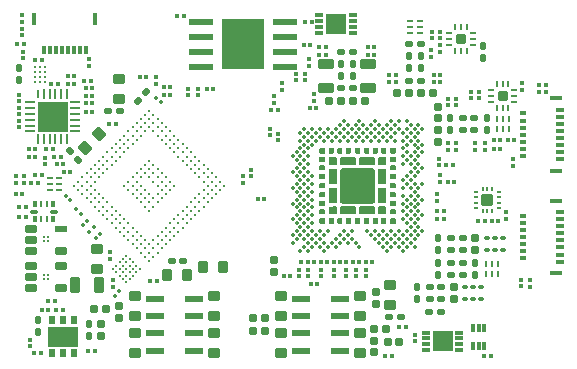
<source format=gbp>
G04*
G04 #@! TF.GenerationSoftware,Altium Limited,Altium Designer,19.1.6 (110)*
G04*
G04 Layer_Color=128*
%FSLAX44Y44*%
%MOMM*%
G71*
G01*
G75*
%ADD17R,0.3000X0.3500*%
%ADD18R,0.3500X0.3000*%
%ADD35C,0.2000*%
G04:AMPARAMS|DCode=41|XSize=0.5mm|YSize=0.6mm|CornerRadius=0.05mm|HoleSize=0mm|Usage=FLASHONLY|Rotation=90.000|XOffset=0mm|YOffset=0mm|HoleType=Round|Shape=RoundedRectangle|*
%AMROUNDEDRECTD41*
21,1,0.5000,0.5000,0,0,90.0*
21,1,0.4000,0.6000,0,0,90.0*
1,1,0.1000,0.2500,0.2000*
1,1,0.1000,0.2500,-0.2000*
1,1,0.1000,-0.2500,-0.2000*
1,1,0.1000,-0.2500,0.2000*
%
%ADD41ROUNDEDRECTD41*%
G04:AMPARAMS|DCode=49|XSize=0.6mm|YSize=0.6mm|CornerRadius=0.06mm|HoleSize=0mm|Usage=FLASHONLY|Rotation=0.000|XOffset=0mm|YOffset=0mm|HoleType=Round|Shape=RoundedRectangle|*
%AMROUNDEDRECTD49*
21,1,0.6000,0.4800,0,0,0.0*
21,1,0.4800,0.6000,0,0,0.0*
1,1,0.1200,0.2400,-0.2400*
1,1,0.1200,-0.2400,-0.2400*
1,1,0.1200,-0.2400,0.2400*
1,1,0.1200,0.2400,0.2400*
%
%ADD49ROUNDEDRECTD49*%
G04:AMPARAMS|DCode=51|XSize=1.3mm|YSize=0.8mm|CornerRadius=0.1mm|HoleSize=0mm|Usage=FLASHONLY|Rotation=90.000|XOffset=0mm|YOffset=0mm|HoleType=Round|Shape=RoundedRectangle|*
%AMROUNDEDRECTD51*
21,1,1.3000,0.6000,0,0,90.0*
21,1,1.1000,0.8000,0,0,90.0*
1,1,0.2000,0.3000,0.5500*
1,1,0.2000,0.3000,-0.5500*
1,1,0.2000,-0.3000,-0.5500*
1,1,0.2000,-0.3000,0.5500*
%
%ADD51ROUNDEDRECTD51*%
G04:AMPARAMS|DCode=52|XSize=0.3mm|YSize=0.35mm|CornerRadius=0mm|HoleSize=0mm|Usage=FLASHONLY|Rotation=45.000|XOffset=0mm|YOffset=0mm|HoleType=Round|Shape=Rectangle|*
%AMROTATEDRECTD52*
4,1,4,0.0177,-0.2298,-0.2298,0.0177,-0.0177,0.2298,0.2298,-0.0177,0.0177,-0.2298,0.0*
%
%ADD52ROTATEDRECTD52*%

G04:AMPARAMS|DCode=53|XSize=0.6mm|YSize=0.6mm|CornerRadius=0.06mm|HoleSize=0mm|Usage=FLASHONLY|Rotation=270.000|XOffset=0mm|YOffset=0mm|HoleType=Round|Shape=RoundedRectangle|*
%AMROUNDEDRECTD53*
21,1,0.6000,0.4800,0,0,270.0*
21,1,0.4800,0.6000,0,0,270.0*
1,1,0.1200,-0.2400,-0.2400*
1,1,0.1200,-0.2400,0.2400*
1,1,0.1200,0.2400,0.2400*
1,1,0.1200,0.2400,-0.2400*
%
%ADD53ROUNDEDRECTD53*%
G04:AMPARAMS|DCode=54|XSize=1mm|YSize=0.9mm|CornerRadius=0.1125mm|HoleSize=0mm|Usage=FLASHONLY|Rotation=270.000|XOffset=0mm|YOffset=0mm|HoleType=Round|Shape=RoundedRectangle|*
%AMROUNDEDRECTD54*
21,1,1.0000,0.6750,0,0,270.0*
21,1,0.7750,0.9000,0,0,270.0*
1,1,0.2250,-0.3375,-0.3875*
1,1,0.2250,-0.3375,0.3875*
1,1,0.2250,0.3375,0.3875*
1,1,0.2250,0.3375,-0.3875*
%
%ADD54ROUNDEDRECTD54*%
G04:AMPARAMS|DCode=55|XSize=1mm|YSize=0.9mm|CornerRadius=0.1125mm|HoleSize=0mm|Usage=FLASHONLY|Rotation=180.000|XOffset=0mm|YOffset=0mm|HoleType=Round|Shape=RoundedRectangle|*
%AMROUNDEDRECTD55*
21,1,1.0000,0.6750,0,0,180.0*
21,1,0.7750,0.9000,0,0,180.0*
1,1,0.2250,-0.3875,0.3375*
1,1,0.2250,0.3875,0.3375*
1,1,0.2250,0.3875,-0.3375*
1,1,0.2250,-0.3875,-0.3375*
%
%ADD55ROUNDEDRECTD55*%
G04:AMPARAMS|DCode=57|XSize=0.5mm|YSize=0.6mm|CornerRadius=0.05mm|HoleSize=0mm|Usage=FLASHONLY|Rotation=180.000|XOffset=0mm|YOffset=0mm|HoleType=Round|Shape=RoundedRectangle|*
%AMROUNDEDRECTD57*
21,1,0.5000,0.5000,0,0,180.0*
21,1,0.4000,0.6000,0,0,180.0*
1,1,0.1000,-0.2000,0.2500*
1,1,0.1000,0.2000,0.2500*
1,1,0.1000,0.2000,-0.2500*
1,1,0.1000,-0.2000,-0.2500*
%
%ADD57ROUNDEDRECTD57*%
G04:AMPARAMS|DCode=58|XSize=0.3mm|YSize=0.35mm|CornerRadius=0mm|HoleSize=0mm|Usage=FLASHONLY|Rotation=315.000|XOffset=0mm|YOffset=0mm|HoleType=Round|Shape=Rectangle|*
%AMROTATEDRECTD58*
4,1,4,-0.2298,-0.0177,0.0177,0.2298,0.2298,0.0177,-0.0177,-0.2298,-0.2298,-0.0177,0.0*
%
%ADD58ROTATEDRECTD58*%

%ADD59R,0.5000X0.7000*%
%ADD60R,2.5000X1.7000*%
G04:AMPARAMS|DCode=64|XSize=1mm|YSize=1mm|CornerRadius=0.15mm|HoleSize=0mm|Usage=FLASHONLY|Rotation=180.000|XOffset=0mm|YOffset=0mm|HoleType=Round|Shape=RoundedRectangle|*
%AMROUNDEDRECTD64*
21,1,1.0000,0.7000,0,0,180.0*
21,1,0.7000,1.0000,0,0,180.0*
1,1,0.3000,-0.3500,0.3500*
1,1,0.3000,0.3500,0.3500*
1,1,0.3000,0.3500,-0.3500*
1,1,0.3000,-0.3500,-0.3500*
%
%ADD64ROUNDEDRECTD64*%
%ADD65R,0.2000X0.3950*%
%ADD66R,0.3950X0.2000*%
G04:AMPARAMS|DCode=67|XSize=0.25mm|YSize=0.55mm|CornerRadius=0.0625mm|HoleSize=0mm|Usage=FLASHONLY|Rotation=0.000|XOffset=0mm|YOffset=0mm|HoleType=Round|Shape=RoundedRectangle|*
%AMROUNDEDRECTD67*
21,1,0.2500,0.4250,0,0,0.0*
21,1,0.1250,0.5500,0,0,0.0*
1,1,0.1250,0.0625,-0.2125*
1,1,0.1250,-0.0625,-0.2125*
1,1,0.1250,-0.0625,0.2125*
1,1,0.1250,0.0625,0.2125*
%
%ADD67ROUNDEDRECTD67*%
G04:AMPARAMS|DCode=69|XSize=0.5mm|YSize=0.6mm|CornerRadius=0.05mm|HoleSize=0mm|Usage=FLASHONLY|Rotation=45.000|XOffset=0mm|YOffset=0mm|HoleType=Round|Shape=RoundedRectangle|*
%AMROUNDEDRECTD69*
21,1,0.5000,0.5000,0,0,45.0*
21,1,0.4000,0.6000,0,0,45.0*
1,1,0.1000,0.3182,-0.0354*
1,1,0.1000,0.0354,-0.3182*
1,1,0.1000,-0.3182,0.0354*
1,1,0.1000,-0.0354,0.3182*
%
%ADD69ROUNDEDRECTD69*%
%ADD144C,0.3500*%
%ADD148O,0.2500X0.8000*%
%ADD149O,0.2500X0.9000*%
%ADD150O,0.9000X0.2500*%
%ADD151R,2.6000X2.6000*%
%ADD152R,0.5250X0.2500*%
G04:AMPARAMS|DCode=153|XSize=0.55mm|YSize=2.1mm|CornerRadius=0.1375mm|HoleSize=0mm|Usage=FLASHONLY|Rotation=90.000|XOffset=0mm|YOffset=0mm|HoleType=Round|Shape=RoundedRectangle|*
%AMROUNDEDRECTD153*
21,1,0.5500,1.8250,0,0,90.0*
21,1,0.2750,2.1000,0,0,90.0*
1,1,0.2750,0.9125,0.1375*
1,1,0.2750,0.9125,-0.1375*
1,1,0.2750,-0.9125,-0.1375*
1,1,0.2750,-0.9125,0.1375*
%
%ADD153ROUNDEDRECTD153*%
%ADD154R,3.6000X4.2000*%
%ADD155R,0.2000X0.2000*%
%ADD156R,1.7000X1.7000*%
%ADD157R,0.6500X0.3000*%
G04:AMPARAMS|DCode=158|XSize=0.65mm|YSize=0.35mm|CornerRadius=0.0875mm|HoleSize=0mm|Usage=FLASHONLY|Rotation=180.000|XOffset=0mm|YOffset=0mm|HoleType=Round|Shape=RoundedRectangle|*
%AMROUNDEDRECTD158*
21,1,0.6500,0.1750,0,0,180.0*
21,1,0.4750,0.3500,0,0,180.0*
1,1,0.1750,-0.2375,0.0875*
1,1,0.1750,0.2375,0.0875*
1,1,0.1750,0.2375,-0.0875*
1,1,0.1750,-0.2375,-0.0875*
%
%ADD158ROUNDEDRECTD158*%
G04:AMPARAMS|DCode=159|XSize=0.55mm|YSize=0.3mm|CornerRadius=0.075mm|HoleSize=0mm|Usage=FLASHONLY|Rotation=270.000|XOffset=0mm|YOffset=0mm|HoleType=Round|Shape=RoundedRectangle|*
%AMROUNDEDRECTD159*
21,1,0.5500,0.1500,0,0,270.0*
21,1,0.4000,0.3000,0,0,270.0*
1,1,0.1500,-0.0750,-0.2000*
1,1,0.1500,-0.0750,0.2000*
1,1,0.1500,0.0750,0.2000*
1,1,0.1500,0.0750,-0.2000*
%
%ADD159ROUNDEDRECTD159*%
G04:AMPARAMS|DCode=160|XSize=0.55mm|YSize=0.25mm|CornerRadius=0.0625mm|HoleSize=0mm|Usage=FLASHONLY|Rotation=270.000|XOffset=0mm|YOffset=0mm|HoleType=Round|Shape=RoundedRectangle|*
%AMROUNDEDRECTD160*
21,1,0.5500,0.1250,0,0,270.0*
21,1,0.4250,0.2500,0,0,270.0*
1,1,0.1250,-0.0625,-0.2125*
1,1,0.1250,-0.0625,0.2125*
1,1,0.1250,0.0625,0.2125*
1,1,0.1250,0.0625,-0.2125*
%
%ADD160ROUNDEDRECTD160*%
%ADD161C,0.2500*%
%ADD162R,0.3000X0.7000*%
%ADD163R,0.4000X1.0000*%
%ADD164R,0.5000X0.3000*%
%ADD165R,0.7000X0.3000*%
%ADD166R,1.0000X0.3500*%
G04:AMPARAMS|DCode=167|XSize=1.6mm|YSize=0.5mm|CornerRadius=0.075mm|HoleSize=0mm|Usage=FLASHONLY|Rotation=0.000|XOffset=0mm|YOffset=0mm|HoleType=Round|Shape=RoundedRectangle|*
%AMROUNDEDRECTD167*
21,1,1.6000,0.3500,0,0,0.0*
21,1,1.4500,0.5000,0,0,0.0*
1,1,0.1500,0.7250,-0.1750*
1,1,0.1500,-0.7250,-0.1750*
1,1,0.1500,-0.7250,0.1750*
1,1,0.1500,0.7250,0.1750*
%
%ADD167ROUNDEDRECTD167*%
G04:AMPARAMS|DCode=168|XSize=1.3mm|YSize=0.8mm|CornerRadius=0.1mm|HoleSize=0mm|Usage=FLASHONLY|Rotation=0.000|XOffset=0mm|YOffset=0mm|HoleType=Round|Shape=RoundedRectangle|*
%AMROUNDEDRECTD168*
21,1,1.3000,0.6000,0,0,0.0*
21,1,1.1000,0.8000,0,0,0.0*
1,1,0.2000,0.5500,-0.3000*
1,1,0.2000,-0.5500,-0.3000*
1,1,0.2000,-0.5500,0.3000*
1,1,0.2000,0.5500,0.3000*
%
%ADD168ROUNDEDRECTD168*%
G04:AMPARAMS|DCode=169|XSize=0.2mm|YSize=0.45mm|CornerRadius=0.03mm|HoleSize=0mm|Usage=FLASHONLY|Rotation=90.000|XOffset=0mm|YOffset=0mm|HoleType=Round|Shape=RoundedRectangle|*
%AMROUNDEDRECTD169*
21,1,0.2000,0.3900,0,0,90.0*
21,1,0.1400,0.4500,0,0,90.0*
1,1,0.0600,0.1950,0.0700*
1,1,0.0600,0.1950,-0.0700*
1,1,0.0600,-0.1950,-0.0700*
1,1,0.0600,-0.1950,0.0700*
%
%ADD169ROUNDEDRECTD169*%
G04:AMPARAMS|DCode=170|XSize=0.2mm|YSize=0.45mm|CornerRadius=0.03mm|HoleSize=0mm|Usage=FLASHONLY|Rotation=0.000|XOffset=0mm|YOffset=0mm|HoleType=Round|Shape=RoundedRectangle|*
%AMROUNDEDRECTD170*
21,1,0.2000,0.3900,0,0,0.0*
21,1,0.1400,0.4500,0,0,0.0*
1,1,0.0600,0.0700,-0.1950*
1,1,0.0600,-0.0700,-0.1950*
1,1,0.0600,-0.0700,0.1950*
1,1,0.0600,0.0700,0.1950*
%
%ADD170ROUNDEDRECTD170*%
G04:AMPARAMS|DCode=171|XSize=0.8mm|YSize=0.8mm|CornerRadius=0.12mm|HoleSize=0mm|Usage=FLASHONLY|Rotation=180.000|XOffset=0mm|YOffset=0mm|HoleType=Round|Shape=RoundedRectangle|*
%AMROUNDEDRECTD171*
21,1,0.8000,0.5600,0,0,180.0*
21,1,0.5600,0.8000,0,0,180.0*
1,1,0.2400,-0.2800,0.2800*
1,1,0.2400,0.2800,0.2800*
1,1,0.2400,0.2800,-0.2800*
1,1,0.2400,-0.2800,-0.2800*
%
%ADD171ROUNDEDRECTD171*%
G04:AMPARAMS|DCode=172|XSize=0.45mm|YSize=0.35mm|CornerRadius=0.0525mm|HoleSize=0mm|Usage=FLASHONLY|Rotation=180.000|XOffset=0mm|YOffset=0mm|HoleType=Round|Shape=RoundedRectangle|*
%AMROUNDEDRECTD172*
21,1,0.4500,0.2450,0,0,180.0*
21,1,0.3450,0.3500,0,0,180.0*
1,1,0.1050,-0.1725,0.1225*
1,1,0.1050,0.1725,0.1225*
1,1,0.1050,0.1725,-0.1225*
1,1,0.1050,-0.1725,-0.1225*
%
%ADD172ROUNDEDRECTD172*%
G04:AMPARAMS|DCode=174|XSize=0.3mm|YSize=0.7mm|CornerRadius=0.075mm|HoleSize=0mm|Usage=FLASHONLY|Rotation=180.000|XOffset=0mm|YOffset=0mm|HoleType=Round|Shape=RoundedRectangle|*
%AMROUNDEDRECTD174*
21,1,0.3000,0.5500,0,0,180.0*
21,1,0.1500,0.7000,0,0,180.0*
1,1,0.1500,-0.0750,0.2750*
1,1,0.1500,0.0750,0.2750*
1,1,0.1500,0.0750,-0.2750*
1,1,0.1500,-0.0750,-0.2750*
%
%ADD174ROUNDEDRECTD174*%
G04:AMPARAMS|DCode=175|XSize=1mm|YSize=0.9mm|CornerRadius=0.1125mm|HoleSize=0mm|Usage=FLASHONLY|Rotation=315.000|XOffset=0mm|YOffset=0mm|HoleType=Round|Shape=RoundedRectangle|*
%AMROUNDEDRECTD175*
21,1,1.0000,0.6750,0,0,315.0*
21,1,0.7750,0.9000,0,0,315.0*
1,1,0.2250,0.0354,-0.5127*
1,1,0.2250,-0.5127,0.0354*
1,1,0.2250,-0.0354,0.5127*
1,1,0.2250,0.5127,-0.0354*
%
%ADD175ROUNDEDRECTD175*%
G04:AMPARAMS|DCode=176|XSize=0.5mm|YSize=0.6mm|CornerRadius=0.05mm|HoleSize=0mm|Usage=FLASHONLY|Rotation=135.000|XOffset=0mm|YOffset=0mm|HoleType=Round|Shape=RoundedRectangle|*
%AMROUNDEDRECTD176*
21,1,0.5000,0.5000,0,0,135.0*
21,1,0.4000,0.6000,0,0,135.0*
1,1,0.1000,0.0354,0.3182*
1,1,0.1000,0.3182,0.0354*
1,1,0.1000,-0.0354,-0.3182*
1,1,0.1000,-0.3182,-0.0354*
%
%ADD176ROUNDEDRECTD176*%
G04:AMPARAMS|DCode=177|XSize=0.25mm|YSize=0.55mm|CornerRadius=0.0625mm|HoleSize=0mm|Usage=FLASHONLY|Rotation=90.000|XOffset=0mm|YOffset=0mm|HoleType=Round|Shape=RoundedRectangle|*
%AMROUNDEDRECTD177*
21,1,0.2500,0.4250,0,0,90.0*
21,1,0.1250,0.5500,0,0,90.0*
1,1,0.1250,0.2125,0.0625*
1,1,0.1250,0.2125,-0.0625*
1,1,0.1250,-0.2125,-0.0625*
1,1,0.1250,-0.2125,0.0625*
%
%ADD177ROUNDEDRECTD177*%
G04:AMPARAMS|DCode=178|XSize=0.6mm|YSize=1mm|CornerRadius=0.075mm|HoleSize=0mm|Usage=FLASHONLY|Rotation=90.000|XOffset=0mm|YOffset=0mm|HoleType=Round|Shape=RoundedRectangle|*
%AMROUNDEDRECTD178*
21,1,0.6000,0.8500,0,0,90.0*
21,1,0.4500,1.0000,0,0,90.0*
1,1,0.1500,0.4250,0.2250*
1,1,0.1500,0.4250,-0.2250*
1,1,0.1500,-0.4250,-0.2250*
1,1,0.1500,-0.4250,0.2250*
%
%ADD178ROUNDEDRECTD178*%
G04:AMPARAMS|DCode=179|XSize=0.55mm|YSize=1mm|CornerRadius=0.0688mm|HoleSize=0mm|Usage=FLASHONLY|Rotation=90.000|XOffset=0mm|YOffset=0mm|HoleType=Round|Shape=RoundedRectangle|*
%AMROUNDEDRECTD179*
21,1,0.5500,0.8625,0,0,90.0*
21,1,0.4125,1.0000,0,0,90.0*
1,1,0.1375,0.4313,0.2063*
1,1,0.1375,0.4313,-0.2063*
1,1,0.1375,-0.4313,-0.2063*
1,1,0.1375,-0.4313,0.2063*
%
%ADD179ROUNDEDRECTD179*%
G36*
X269898Y180753D02*
X270097Y180753D01*
X270466Y180601D01*
X270747Y180319D01*
X270899Y179951D01*
X270899Y179752D01*
X270899D01*
X270898Y176752D01*
X270898Y176553D01*
X270745Y176187D01*
X270465Y175906D01*
X270098Y175754D01*
X269899Y175754D01*
X269900Y175754D01*
X267647Y175754D01*
X267449Y175754D01*
X267081Y175906D01*
X266800Y176188D01*
X266647Y176555D01*
X266647Y176754D01*
X266647Y176754D01*
X266647Y179751D01*
Y179951D01*
X266800Y180319D01*
X267082Y180601D01*
X267450Y180754D01*
X267650Y180753D01*
X267650Y180754D01*
X269898Y180753D01*
D02*
G37*
G36*
X314394Y180751D02*
X314594Y180751D01*
X314962Y180599D01*
X315244Y180317D01*
X315397Y179948D01*
Y179749D01*
X315397Y176752D01*
X315397Y176752D01*
X315397Y176553D01*
X315245Y176186D01*
X314963Y175904D01*
X314596Y175752D01*
X314396Y175751D01*
X312145Y175752D01*
X312145Y175752D01*
X311946Y175752D01*
X311579Y175904D01*
X311299Y176185D01*
X311147Y176551D01*
X311146Y176750D01*
X311145Y179750D01*
X311145D01*
X311145Y179949D01*
X311297Y180317D01*
X311579Y180599D01*
X311947Y180751D01*
X312146Y180751D01*
X314394Y180751D01*
X314394Y180751D01*
D02*
G37*
G36*
X307147Y180747D02*
X307147Y180747D01*
X307345Y180747D01*
X307712Y180595D01*
X307993Y180315D01*
X308145Y179948D01*
X308145Y179749D01*
X308146Y176750D01*
X308146D01*
X308147Y176550D01*
X307994Y176182D01*
X307713Y175900D01*
X307344Y175748D01*
X307145Y175748D01*
X304897Y175748D01*
X304897Y175748D01*
X304698Y175748D01*
X304329Y175900D01*
X304047Y176182D01*
X303895Y176551D01*
Y176750D01*
X303894Y179747D01*
X303894Y179747D01*
X303894Y179946D01*
X304047Y180313D01*
X304328Y180595D01*
X304696Y180747D01*
X304895Y180748D01*
X307147Y180747D01*
D02*
G37*
G36*
X299895Y180746D02*
X299895Y180746D01*
X300094Y180746D01*
X300460Y180594D01*
X300741Y180314D01*
X300893Y179947D01*
X300894Y179749D01*
X300895Y176749D01*
X300895D01*
X300895Y176549D01*
X300743Y176181D01*
X300461Y175899D01*
X300093Y175747D01*
X299894Y175747D01*
X297646Y175747D01*
X297646Y175747D01*
X297446Y175747D01*
X297078Y175899D01*
X296796Y176181D01*
X296643Y176550D01*
Y176749D01*
X296643Y179746D01*
X296643Y179746D01*
X296643Y179945D01*
X296796Y180313D01*
X297077Y180594D01*
X297444Y180746D01*
X297643Y180747D01*
X299895Y180746D01*
D02*
G37*
G36*
X262398Y180750D02*
X262646Y180750D01*
X263105Y180560D01*
X263457Y180208D01*
X263647Y179749D01*
X263647Y179501D01*
X263647Y179501D01*
X263647Y177004D01*
X263647Y176755D01*
X263456Y176294D01*
X263103Y175941D01*
X262642Y175750D01*
X262393Y175751D01*
X262393Y175751D01*
X259898Y175750D01*
X259649Y175750D01*
X259189Y175941D01*
X258837Y176292D01*
X258647Y176752D01*
X258647Y177001D01*
X258647Y177001D01*
X258647Y179504D01*
Y179752D01*
X258837Y180210D01*
X259188Y180561D01*
X259646Y180751D01*
X259893Y180751D01*
X259893Y180751D01*
X262398Y180750D01*
D02*
G37*
G36*
X277348Y180750D02*
X277716Y180597D01*
X277997Y180316D01*
X278150Y179948D01*
X278150Y179749D01*
X278150Y179749D01*
X278150Y176752D01*
Y176553D01*
X277997Y176185D01*
X277715Y175903D01*
X277346Y175750D01*
X277147Y175750D01*
X277147D01*
X274899Y175750D01*
X274700Y175750D01*
X274331Y175902D01*
X274050Y176184D01*
X273897Y176553D01*
X273898Y176752D01*
X273898D01*
X273899Y179752D01*
X273899Y179950D01*
X274051Y180317D01*
X274332Y180597D01*
X274699Y180749D01*
X274897Y180749D01*
X274897Y180749D01*
X277149Y180750D01*
X277348Y180750D01*
D02*
G37*
G36*
X284600Y180749D02*
X284967Y180596D01*
X285249Y180315D01*
X285401Y179947D01*
X285401Y179748D01*
X285401Y179748D01*
X285401Y176751D01*
Y176552D01*
X285248Y176184D01*
X284966Y175902D01*
X284598Y175749D01*
X284398Y175749D01*
X284398Y175749D01*
X282150Y175749D01*
X281951Y175749D01*
X281583Y175902D01*
X281301Y176183D01*
X281149Y176552D01*
X281149Y176751D01*
X281150Y179751D01*
X281151Y179949D01*
X281303Y180316D01*
X281583Y180596D01*
X281950Y180748D01*
X282149Y180748D01*
X282149Y180749D01*
X284401Y180749D01*
X284600Y180749D01*
D02*
G37*
G36*
X322148Y180748D02*
X322396Y180748D01*
X322856Y180558D01*
X323207Y180206D01*
X323397Y179747D01*
X323397Y179498D01*
X323397Y179499D01*
X323397Y177002D01*
X323397Y176752D01*
X323206Y176292D01*
X322854Y175939D01*
X322393Y175748D01*
X322143Y175748D01*
X322143Y175748D01*
X319648Y175748D01*
X319399Y175748D01*
X318939Y175938D01*
X318588Y176290D01*
X318397Y176750D01*
X318397Y176999D01*
X318397Y176999D01*
X318398Y179502D01*
Y179750D01*
X318587Y180208D01*
X318938Y180558D01*
X319396Y180748D01*
X319644Y180748D01*
X319644Y180749D01*
X322148Y180748D01*
D02*
G37*
G36*
X292351Y180748D02*
X292719Y180595D01*
X293000Y180314D01*
X293152Y179946D01*
X293152Y179747D01*
X293153Y179747D01*
X293152Y176751D01*
Y176551D01*
X293000Y176183D01*
X292718Y175901D01*
X292349Y175748D01*
X292150Y175748D01*
X292150Y175748D01*
X289902Y175748D01*
X289702Y175748D01*
X289334Y175900D01*
X289052Y176182D01*
X288900Y176551D01*
X288900Y176750D01*
X288900D01*
X288902Y179750D01*
X288902Y179948D01*
X289054Y180315D01*
X289335Y180595D01*
X289702Y180747D01*
X289900Y180748D01*
X289900Y180748D01*
X292152Y180748D01*
X292351Y180748D01*
D02*
G37*
G36*
X262645Y173001D02*
X262845Y173000D01*
X263212Y172848D01*
X263494Y172567D01*
X263646Y172199D01*
X263646Y172000D01*
X263646Y169748D01*
X263646Y169748D01*
X263646Y169550D01*
X263494Y169183D01*
X263213Y168902D01*
X262847Y168750D01*
X262648Y168750D01*
X259648Y168748D01*
X259648Y168748D01*
X259449Y168748D01*
X259081Y168900D01*
X258799Y169182D01*
X258646Y169550D01*
X258647Y169750D01*
X258646Y171998D01*
X258646Y171998D01*
X258646Y172197D01*
X258799Y172566D01*
X259081Y172848D01*
X259449Y173000D01*
X259649D01*
X262646Y173001D01*
X262645Y173001D01*
D02*
G37*
G36*
X322396Y172998D02*
X322595Y172998D01*
X322962Y172846D01*
X323244Y172564D01*
X323396Y172197D01*
X323396Y171998D01*
X323396Y169746D01*
X323396Y169746D01*
X323396Y169547D01*
X323244Y169181D01*
X322963Y168900D01*
X322597Y168748D01*
X322398Y168748D01*
X319398Y168746D01*
X319398Y168746D01*
X319199Y168746D01*
X318831Y168898D01*
X318549Y169180D01*
X318397Y169548D01*
X318397Y169747D01*
X318396Y171996D01*
X318397Y171996D01*
X318396Y172195D01*
X318549Y172563D01*
X318831Y172845D01*
X319200Y172998D01*
X319399D01*
X322396Y172998D01*
X322396Y172998D01*
D02*
G37*
G36*
X293500Y172705D02*
X304500Y172705D01*
X304500Y172705D01*
X304699Y172705D01*
X305067Y172553D01*
X305348Y172271D01*
X305500Y171904D01*
X305500Y171705D01*
X305500Y166955D01*
X305500Y166955D01*
X305500Y166756D01*
X305348Y166388D01*
X305066Y166107D01*
X304699Y165955D01*
X304500Y165955D01*
X293500Y165955D01*
X293500Y165956D01*
X293301Y165955D01*
X292934Y166107D01*
X292652Y166388D01*
X292500Y166756D01*
X292500Y166955D01*
X292500Y171705D01*
Y171705D01*
X292500Y171904D01*
X292652Y172272D01*
X292934Y172553D01*
X293301Y172705D01*
X293500Y172705D01*
D02*
G37*
G36*
X267750Y172706D02*
X272500Y172706D01*
X272500Y172706D01*
X272699Y172706D01*
X273067Y172554D01*
X273349Y172273D01*
X273501Y171906D01*
X273501Y171707D01*
X273501Y166957D01*
X273501Y166957D01*
X273501Y166758D01*
X273349Y166391D01*
X273067Y166110D01*
X272700Y165958D01*
X272501Y165958D01*
X267751Y165957D01*
X267751Y165957D01*
X267552Y165957D01*
X267185Y166109D01*
X266903Y166390D01*
X266751Y166758D01*
X266751Y166957D01*
X266751Y171707D01*
X266751Y171707D01*
X266751Y171906D01*
X266903Y172273D01*
X267184Y172554D01*
X267552Y172706D01*
X267750Y172706D01*
D02*
G37*
G36*
X309499Y172705D02*
X314249Y172705D01*
X314249Y172705D01*
X314448Y172705D01*
X314816Y172554D01*
X315098Y172272D01*
X315250Y171905D01*
X315250Y171706D01*
X315250Y166956D01*
X315250Y166956D01*
X315250Y166758D01*
X315098Y166390D01*
X314816Y166109D01*
X314449Y165957D01*
X314250Y165956D01*
X309500Y165956D01*
X309500Y165956D01*
X309301Y165956D01*
X308934Y166108D01*
X308652Y166390D01*
X308500Y166757D01*
X308500Y166956D01*
X308500Y171706D01*
X308500Y171706D01*
X308500Y171905D01*
X308652Y172272D01*
X308933Y172553D01*
X309300Y172705D01*
X309499Y172705D01*
D02*
G37*
G36*
X289067Y172554D02*
X289348Y172272D01*
X289501Y171905D01*
X289501Y171706D01*
X289501Y171705D01*
X289500Y166955D01*
X289500Y166756D01*
X289348Y166389D01*
X289067Y166108D01*
X288700Y165956D01*
X288501Y165956D01*
X288501Y165956D01*
X277501Y165956D01*
X277302Y165956D01*
X276934Y166108D01*
X276653Y166389D01*
X276501Y166756D01*
X276500Y166955D01*
X276500Y166955D01*
X276501Y171705D01*
X276501Y171904D01*
X276653Y172272D01*
X276934Y172553D01*
X277302Y172705D01*
X277500Y172705D01*
X277500Y172705D01*
X288500Y172705D01*
X288699Y172706D01*
X289067Y172554D01*
D02*
G37*
G36*
X263216Y165598D02*
X263498Y165316D01*
X263650Y164948D01*
X263650Y164749D01*
X263650Y162501D01*
X263650Y162500D01*
X263650Y162301D01*
X263497Y161933D01*
X263215Y161651D01*
X262847Y161498D01*
X262647D01*
X259651Y161498D01*
X259651Y161498D01*
X259452Y161498D01*
X259084Y161650D01*
X258803Y161932D01*
X258650Y162299D01*
X258650Y162498D01*
X258650Y164750D01*
X258651Y164750D01*
X258651Y164949D01*
X258803Y165315D01*
X259083Y165596D01*
X259450Y165748D01*
X259648Y165748D01*
X262648Y165750D01*
X262648Y165750D01*
X262847Y165750D01*
X263216Y165598D01*
D02*
G37*
G36*
X322966Y165596D02*
X323248Y165314D01*
X323400Y164946D01*
X323400Y164746D01*
X323400Y162498D01*
X323400Y162498D01*
X323400Y162299D01*
X323248Y161930D01*
X322966Y161648D01*
X322597Y161496D01*
X322398D01*
X319401Y161495D01*
X319401Y161495D01*
X319202Y161496D01*
X318834Y161648D01*
X318553Y161929D01*
X318400Y162297D01*
X318400Y162496D01*
X318401Y164748D01*
X318401Y164748D01*
X318401Y164946D01*
X318553Y165313D01*
X318833Y165594D01*
X319200Y165746D01*
X319398Y165746D01*
X322398Y165748D01*
X322398Y165748D01*
X322598Y165748D01*
X322966Y165596D01*
D02*
G37*
G36*
X314816Y162803D02*
X315098Y162521D01*
X315250Y162154D01*
X315250Y161955D01*
X315249Y150955D01*
X315249Y150955D01*
X315249Y150756D01*
X315097Y150388D01*
X314816Y150107D01*
X314448Y149955D01*
X314249Y149955D01*
X309499Y149955D01*
X309499Y149955D01*
X309300Y149955D01*
X308933Y150107D01*
X308652Y150389D01*
X308500Y150756D01*
X308500Y150955D01*
X308500Y161955D01*
X308500Y161955D01*
X308500Y162154D01*
X308652Y162521D01*
X308933Y162803D01*
X309300Y162955D01*
X309499Y162955D01*
X314250Y162955D01*
X314250Y162955D01*
X314449Y162955D01*
X314816Y162803D01*
D02*
G37*
G36*
X272501Y162956D02*
X272700Y162956D01*
X273067Y162803D01*
X273348Y162522D01*
X273500Y162154D01*
X273500Y161955D01*
X273500Y150955D01*
X273500Y150955D01*
X273500Y150756D01*
X273348Y150389D01*
X273067Y150108D01*
X272699Y149956D01*
X272500Y149956D01*
X267750Y149956D01*
X267750D01*
X267551Y149956D01*
X267183Y150108D01*
X266902Y150389D01*
X266750Y150757D01*
X266750Y150956D01*
X266750Y161956D01*
Y161956D01*
X266751Y162155D01*
X266903Y162522D01*
X267184Y162803D01*
X267551Y162955D01*
X267750Y162956D01*
X272501Y162956D01*
X272501Y162956D01*
D02*
G37*
G36*
X263217Y158347D02*
X263498Y158065D01*
X263651Y157697D01*
X263651Y157497D01*
X263651Y155249D01*
X263651Y155249D01*
X263651Y155050D01*
X263498Y154681D01*
X263216Y154399D01*
X262848Y154247D01*
X262648D01*
X259652Y154246D01*
X259652Y154247D01*
X259453Y154247D01*
X259085Y154399D01*
X258804Y154680D01*
X258651Y155048D01*
X258651Y155247D01*
X258651Y157499D01*
X258652Y157499D01*
X258652Y157697D01*
X258804Y158064D01*
X259084Y158345D01*
X259451Y158497D01*
X259649Y158497D01*
X262649Y158499D01*
X262649Y158499D01*
X262848Y158499D01*
X263217Y158347D01*
D02*
G37*
G36*
X322967Y158344D02*
X323249Y158063D01*
X323401Y157694D01*
X323401Y157495D01*
X323401Y155247D01*
X323401Y155247D01*
X323401Y155048D01*
X323248Y154679D01*
X322966Y154397D01*
X322598Y154244D01*
X322399D01*
X319402Y154244D01*
X319402Y154244D01*
X319203Y154244D01*
X318835Y154397D01*
X318554Y154678D01*
X318401Y155046D01*
X318401Y155245D01*
X318402Y157497D01*
X318402Y157497D01*
X318402Y157695D01*
X318554Y158062D01*
X318834Y158343D01*
X319201Y158495D01*
X319399Y158495D01*
X322399Y158496D01*
X322399Y158496D01*
X322598Y158497D01*
X322967Y158344D01*
D02*
G37*
G36*
X314816Y146803D02*
X315098Y146522D01*
X315250Y146154D01*
X315250Y145955D01*
X315249Y134955D01*
X315249Y134955D01*
X315249Y134756D01*
X315097Y134389D01*
X314816Y134108D01*
X314448Y133955D01*
X314249Y133955D01*
X309499Y133955D01*
X309499Y133955D01*
X309300Y133955D01*
X308933Y134108D01*
X308652Y134389D01*
X308500Y134757D01*
X308500Y134955D01*
X308500Y145955D01*
X308500Y145955D01*
X308500Y146154D01*
X308652Y146522D01*
X308933Y146803D01*
X309300Y146955D01*
X309499Y146955D01*
X314250Y146955D01*
X314250Y146955D01*
X314449Y146955D01*
X314816Y146803D01*
D02*
G37*
G36*
X262647Y150756D02*
X262847D01*
X263215Y150603D01*
X263497Y150321D01*
X263650Y149953D01*
X263650Y149753D01*
X263650Y149753D01*
X263649Y147505D01*
X263650Y147306D01*
X263497Y146938D01*
X263215Y146656D01*
X262847Y146503D01*
X262648Y146504D01*
X262648Y146504D01*
X259648Y146505D01*
X259449Y146505D01*
X259083Y146658D01*
X258802Y146938D01*
X258650Y147305D01*
X258650Y147504D01*
X258650Y147503D01*
X258650Y149755D01*
X258650Y149954D01*
X258802Y150322D01*
X259084Y150603D01*
X259452Y150756D01*
X259650Y150756D01*
X259650Y150756D01*
X262647Y150756D01*
D02*
G37*
G36*
X322397Y150753D02*
X322597D01*
X322965Y150601D01*
X323247Y150319D01*
X323400Y149950D01*
X323400Y149751D01*
X323400Y149751D01*
X323400Y147503D01*
X323400Y147303D01*
X323247Y146935D01*
X322966Y146653D01*
X322597Y146501D01*
X322398Y146502D01*
X322398Y146502D01*
X319398Y146503D01*
X319200Y146503D01*
X318833Y146655D01*
X318552Y146936D01*
X318400Y147303D01*
X318400Y147501D01*
X318400Y147501D01*
X318400Y149753D01*
X318400Y149952D01*
X318553Y150320D01*
X318834Y150601D01*
X319202Y150753D01*
X319401Y150754D01*
X319401Y150754D01*
X322397Y150753D01*
D02*
G37*
G36*
X272501Y146956D02*
X272700Y146956D01*
X273067Y146803D01*
X273348Y146522D01*
X273500Y146154D01*
X273500Y145955D01*
X273500Y134956D01*
X273500Y134955D01*
X273500Y134757D01*
X273348Y134389D01*
X273067Y134108D01*
X272699Y133956D01*
X272500Y133956D01*
X267750Y133956D01*
X267750D01*
X267551Y133956D01*
X267183Y134108D01*
X266902Y134389D01*
X266750Y134757D01*
X266750Y134956D01*
X266751Y145956D01*
Y145956D01*
X266751Y146155D01*
X266903Y146522D01*
X267184Y146804D01*
X267551Y146956D01*
X267750Y146956D01*
X272501Y146956D01*
X272501Y146956D01*
D02*
G37*
G36*
X262646Y143004D02*
X262846D01*
X263214Y142852D01*
X263496Y142570D01*
X263649Y142201D01*
X263649Y142002D01*
X263649Y142002D01*
X263648Y139754D01*
X263649Y139554D01*
X263496Y139186D01*
X263214Y138904D01*
X262846Y138752D01*
X262647Y138752D01*
X262647D01*
X259647Y138754D01*
X259449Y138754D01*
X259082Y138906D01*
X258801Y139187D01*
X258649Y139554D01*
X258649Y139752D01*
X258649Y139752D01*
X258649Y142004D01*
X258649Y142203D01*
X258801Y142571D01*
X259083Y142852D01*
X259451Y143005D01*
X259650Y143005D01*
X259649Y143005D01*
X262646Y143004D01*
D02*
G37*
G36*
X322397Y143002D02*
X322596D01*
X322964Y142850D01*
X323246Y142568D01*
X323399Y142199D01*
X323399Y142000D01*
X323399Y142000D01*
X323399Y139751D01*
X323399Y139552D01*
X323246Y139184D01*
X322965Y138902D01*
X322596Y138750D01*
X322397Y138750D01*
X322397D01*
X319397Y138752D01*
X319199Y138752D01*
X318832Y138904D01*
X318552Y139185D01*
X318400Y139551D01*
X318400Y139750D01*
X318399Y139750D01*
X318399Y142002D01*
X318399Y142201D01*
X318552Y142568D01*
X318833Y142850D01*
X319201Y143002D01*
X319400Y143002D01*
X319400Y143002D01*
X322397Y143002D01*
D02*
G37*
G36*
X303000Y163455D02*
X303597Y163455D01*
X304699Y162998D01*
X305543Y162154D01*
X306000Y161052D01*
X306000Y160455D01*
X306000Y160455D01*
X306000Y136455D01*
X306000Y135859D01*
X305543Y134756D01*
X304699Y133912D01*
X303597Y133455D01*
X303000Y133455D01*
X303000D01*
X279000Y133456D01*
X278403Y133455D01*
X277300Y133912D01*
X276456Y134756D01*
X276000Y135859D01*
X276000Y136455D01*
X276000Y136455D01*
X276000Y160455D01*
X276000Y161052D01*
X276457Y162154D01*
X277300Y162998D01*
X278403Y163455D01*
X279000Y163456D01*
X279000Y163456D01*
X303000Y163455D01*
D02*
G37*
G36*
X262645Y135753D02*
X262845D01*
X263213Y135601D01*
X263495Y135318D01*
X263648Y134950D01*
X263648Y134751D01*
X263648Y134750D01*
X263647Y132502D01*
X263648Y132303D01*
X263495Y131935D01*
X263214Y131653D01*
X262845Y131501D01*
X262646Y131501D01*
X262646Y131501D01*
X259646Y131503D01*
X259448Y131503D01*
X259081Y131655D01*
X258800Y131936D01*
X258648Y132303D01*
X258648Y132501D01*
X258648Y132501D01*
X258648Y134753D01*
X258648Y134952D01*
X258801Y135319D01*
X259082Y135601D01*
X259450Y135753D01*
X259649Y135753D01*
X259648Y135753D01*
X262645Y135753D01*
D02*
G37*
G36*
X322396Y135751D02*
X322595D01*
X322963Y135598D01*
X323245Y135316D01*
X323398Y134948D01*
X323398Y134748D01*
X323398Y134748D01*
X323398Y132500D01*
X323398Y132301D01*
X323246Y131933D01*
X322964Y131651D01*
X322595Y131499D01*
X322396Y131499D01*
X322396Y131499D01*
X319396Y131500D01*
X319198Y131501D01*
X318831Y131653D01*
X318551Y131933D01*
X318399Y132300D01*
X318399Y132499D01*
X318398Y132499D01*
X318398Y134750D01*
X318398Y134950D01*
X318551Y135317D01*
X318832Y135598D01*
X319200Y135751D01*
X319399Y135751D01*
X319399Y135751D01*
X322396Y135751D01*
D02*
G37*
G36*
X288500Y130955D02*
X288699Y130955D01*
X289066Y130803D01*
X289347Y130522D01*
X289499Y130155D01*
X289499Y129956D01*
X289500Y125205D01*
X289500Y125205D01*
X289500Y125006D01*
X289347Y124639D01*
X289066Y124358D01*
X288698Y124205D01*
X288499Y124206D01*
X277499Y124206D01*
X277499D01*
X277300Y124206D01*
X276933Y124358D01*
X276652Y124640D01*
X276500Y125007D01*
X276500Y125206D01*
X276499Y129956D01*
X276500Y129956D01*
X276500Y130155D01*
X276652Y130522D01*
X276933Y130803D01*
X277301Y130955D01*
X277500Y130955D01*
X288500Y130955D01*
X288500Y130955D01*
D02*
G37*
G36*
X304499Y130955D02*
X304698Y130955D01*
X305065Y130803D01*
X305347Y130522D01*
X305499Y130155D01*
X305499Y129956D01*
X305499Y129956D01*
X305499Y125205D01*
X305499Y125007D01*
X305347Y124639D01*
X305066Y124358D01*
X304698Y124206D01*
X304499Y124206D01*
X304499D01*
X293499Y124205D01*
X293300Y124205D01*
X292933Y124357D01*
X292651Y124639D01*
X292499Y125006D01*
X292499Y125205D01*
Y125205D01*
X292500Y129956D01*
X292499Y130154D01*
X292651Y130522D01*
X292932Y130803D01*
X293300Y130955D01*
X293499Y130955D01*
X293499Y130955D01*
X304499Y130955D01*
D02*
G37*
G36*
X314251Y130955D02*
X314449Y130955D01*
X314817Y130803D01*
X315098Y130522D01*
X315250Y130154D01*
X315250Y129956D01*
X315250Y125206D01*
X315250Y125206D01*
X315250Y125007D01*
X315098Y124639D01*
X314817Y124358D01*
X314449Y124205D01*
X314250Y124205D01*
X309501Y124205D01*
X309501D01*
X309302Y124205D01*
X308935Y124357D01*
X308654Y124639D01*
X308501Y125006D01*
X308501Y125205D01*
X308501Y129955D01*
X308501Y129955D01*
X308501Y130154D01*
X308653Y130521D01*
X308934Y130803D01*
X309301Y130955D01*
X309500Y130955D01*
X314250Y130955D01*
X314251Y130955D01*
D02*
G37*
G36*
X259646Y128503D02*
X259646Y128503D01*
X262646Y128501D01*
X262844Y128501D01*
X263211Y128349D01*
X263492Y128068D01*
X263643Y127701D01*
X263644Y127503D01*
X263644Y127503D01*
X263644Y125251D01*
X263644Y125052D01*
X263491Y124684D01*
X263210Y124403D01*
X262842Y124251D01*
X262643Y124250D01*
X262644Y124250D01*
X259647Y124251D01*
X259447D01*
X259079Y124403D01*
X258797Y124685D01*
X258644Y125054D01*
X258644Y125253D01*
X258644Y125253D01*
X258644Y127501D01*
X258644Y127701D01*
X258797Y128069D01*
X259079Y128351D01*
X259447Y128503D01*
X259646Y128503D01*
D02*
G37*
G36*
X319396Y128500D02*
X319396Y128500D01*
X322396Y128499D01*
X322595Y128499D01*
X322961Y128347D01*
X323242Y128066D01*
X323394Y127699D01*
X323394Y127501D01*
X323394Y127501D01*
X323394Y125249D01*
X323394Y125050D01*
X323242Y124682D01*
X322960Y124401D01*
X322593Y124248D01*
X322393Y124248D01*
X322394Y124248D01*
X319397Y124249D01*
X319197D01*
X318829Y124401D01*
X318547Y124683D01*
X318394Y125052D01*
X318394Y125251D01*
X318394Y125251D01*
X318395Y127499D01*
X318394Y127698D01*
X318547Y128067D01*
X318829Y128349D01*
X319197Y128501D01*
X319396Y128500D01*
D02*
G37*
G36*
X272499Y130954D02*
X272698Y130954D01*
X273066Y130802D01*
X273347Y130521D01*
X273500Y130154D01*
X273500Y129955D01*
X273500Y125205D01*
X273500Y125205D01*
X273500Y125006D01*
X273348Y124639D01*
X273067Y124357D01*
X272699Y124205D01*
X272500Y124205D01*
X267750Y124206D01*
X267750Y124206D01*
X267551Y124205D01*
X267184Y124357D01*
X266902Y124638D01*
X266750Y125006D01*
X266750Y125205D01*
X266749Y129955D01*
X266750Y130153D01*
X266902Y130520D01*
X267183Y130802D01*
X267551Y130954D01*
X267749Y130954D01*
X272500Y130955D01*
X272499Y130954D01*
D02*
G37*
G36*
X284398Y121256D02*
X284597Y121256D01*
X284966Y121103D01*
X285248Y120821D01*
X285401Y120453D01*
Y120253D01*
X285401Y117256D01*
X285401Y117256D01*
X285401Y117058D01*
X285248Y116690D01*
X284967Y116408D01*
X284599Y116256D01*
X284400Y116256D01*
X282148Y116256D01*
X282148Y116256D01*
X281950Y116256D01*
X281583Y116408D01*
X281303Y116689D01*
X281150Y117055D01*
X281150Y117254D01*
X281149Y120254D01*
X281149Y120254D01*
X281148Y120453D01*
X281301Y120821D01*
X281582Y121103D01*
X281951Y121256D01*
X282150Y121255D01*
X284398Y121256D01*
X284398Y121256D01*
D02*
G37*
G36*
X277147Y121255D02*
X277346Y121255D01*
X277715Y121102D01*
X277997Y120820D01*
X278149Y120452D01*
Y120252D01*
X278150Y117255D01*
X278150Y117256D01*
X278149Y117057D01*
X277997Y116689D01*
X277716Y116407D01*
X277348Y116255D01*
X277149Y116255D01*
X274897Y116255D01*
X274897Y116255D01*
X274699Y116255D01*
X274332Y116407D01*
X274051Y116688D01*
X273899Y117055D01*
X273899Y117253D01*
X273897Y120253D01*
X273897Y120253D01*
X273897Y120452D01*
X274049Y120820D01*
X274331Y121102D01*
X274699Y121255D01*
X274899Y121254D01*
X277147Y121255D01*
X277147Y121255D01*
D02*
G37*
G36*
X292142Y121254D02*
X292342Y121254D01*
X292710Y121102D01*
X292992Y120820D01*
X293144Y120452D01*
X293144Y120252D01*
X293144Y120253D01*
X293142Y117253D01*
X293142Y117054D01*
X292990Y116687D01*
X292709Y116407D01*
X292342Y116255D01*
X292144Y116255D01*
X292144Y116255D01*
X289892Y116254D01*
X289693Y116255D01*
X289325Y116407D01*
X289044Y116689D01*
X288892Y117056D01*
X288891Y117255D01*
X288891Y117255D01*
X288892Y120252D01*
Y120451D01*
X289044Y120820D01*
X289326Y121102D01*
X289695Y121254D01*
X289894Y121254D01*
X289894Y121254D01*
X292142Y121254D01*
D02*
G37*
G36*
X299894Y121253D02*
X300093Y121253D01*
X300461Y121101D01*
X300743Y120819D01*
X300895Y120451D01*
X300895Y120252D01*
X300895Y120252D01*
X300893Y117252D01*
X300893Y117053D01*
X300741Y116687D01*
X300460Y116406D01*
X300094Y116254D01*
X299895Y116254D01*
X299895Y116254D01*
X297643Y116253D01*
X297444Y116254D01*
X297077Y116406D01*
X296795Y116688D01*
X296643Y117055D01*
X296643Y117254D01*
X296643Y117254D01*
X296643Y120251D01*
Y120450D01*
X296796Y120819D01*
X297078Y121101D01*
X297446Y121253D01*
X297645Y121253D01*
X297645Y121253D01*
X299894Y121253D01*
D02*
G37*
G36*
X307145Y121252D02*
X307344Y121252D01*
X307712Y121100D01*
X307994Y120818D01*
X308146Y120450D01*
X308146Y120251D01*
X308146Y120251D01*
X308145Y117251D01*
X308144Y117052D01*
X307992Y116686D01*
X307712Y116405D01*
X307345Y116253D01*
X307146Y116253D01*
X307147Y116253D01*
X304895Y116253D01*
X304696Y116253D01*
X304328Y116405D01*
X304047Y116687D01*
X303894Y117054D01*
X303894Y117253D01*
X303894Y117253D01*
X303894Y120250D01*
Y120449D01*
X304047Y120818D01*
X304329Y121100D01*
X304697Y121252D01*
X304897Y121252D01*
X304897Y121253D01*
X307145Y121252D01*
D02*
G37*
G36*
X269899Y121251D02*
X269899Y121250D01*
X270098Y121250D01*
X270464Y121098D01*
X270745Y120818D01*
X270897Y120451D01*
X270897Y120253D01*
X270899Y117253D01*
X270899Y117253D01*
X270899Y117054D01*
X270747Y116685D01*
X270465Y116404D01*
X270097Y116251D01*
X269898Y116251D01*
X267650Y116251D01*
X267649Y116251D01*
X267450Y116251D01*
X267082Y116404D01*
X266800Y116686D01*
X266647Y117054D01*
Y117254D01*
X266647Y120250D01*
X266647Y120250D01*
X266647Y120449D01*
X266799Y120817D01*
X267081Y121098D01*
X267448Y121251D01*
X267647Y121251D01*
X269899Y121251D01*
D02*
G37*
G36*
X262397Y121250D02*
X262646Y121250D01*
X263105Y121060D01*
X263457Y120708D01*
X263647Y120249D01*
X263647Y120000D01*
X263647Y120001D01*
X263647Y117504D01*
X263647Y117254D01*
X263456Y116794D01*
X263103Y116441D01*
X262642Y116250D01*
X262393Y116250D01*
X262393Y116250D01*
X259897Y116250D01*
X259649Y116250D01*
X259189Y116440D01*
X258837Y116792D01*
X258647Y117252D01*
X258647Y117501D01*
X258647Y117501D01*
X258647Y120004D01*
Y120252D01*
X258837Y120710D01*
X259187Y121060D01*
X259645Y121250D01*
X259893Y121250D01*
X259893Y121251D01*
X262397Y121250D01*
D02*
G37*
G36*
X314595Y121249D02*
X314963Y121096D01*
X315244Y120815D01*
X315397Y120447D01*
X315397Y120248D01*
X315397Y120248D01*
X315397Y117251D01*
Y117052D01*
X315244Y116684D01*
X314962Y116402D01*
X314594Y116249D01*
X314394Y116249D01*
X314394Y116249D01*
X312146Y116249D01*
X311947Y116249D01*
X311578Y116401D01*
X311297Y116683D01*
X311144Y117051D01*
X311145Y117251D01*
X311145Y117251D01*
X311146Y120251D01*
X311146Y120449D01*
X311299Y120816D01*
X311579Y121096D01*
X311946Y121248D01*
X312144Y121248D01*
X312144Y121249D01*
X314396Y121249D01*
X314595Y121249D01*
D02*
G37*
G36*
X322148Y121248D02*
X322396Y121248D01*
X322855Y121058D01*
X323207Y120706D01*
X323397Y120247D01*
X323397Y119998D01*
X323397Y119998D01*
X323397Y117501D01*
X323397Y117252D01*
X323206Y116791D01*
X322853Y116439D01*
X322393Y116248D01*
X322143Y116248D01*
X322143Y116248D01*
X319648Y116247D01*
X319399Y116248D01*
X318939Y116438D01*
X318587Y116790D01*
X318397Y117250D01*
X318397Y117499D01*
X318397Y117499D01*
X318397Y120002D01*
Y120250D01*
X318587Y120708D01*
X318938Y121058D01*
X319396Y121248D01*
X319643Y121248D01*
X319643Y121248D01*
X322148Y121248D01*
D02*
G37*
D17*
X168800Y230550D02*
D03*
X163200D02*
D03*
X60700Y231000D02*
D03*
X66300D02*
D03*
X60700Y224750D02*
D03*
X66300D02*
D03*
X23750Y157500D02*
D03*
X18150D02*
D03*
X20050Y151000D02*
D03*
X14450D02*
D03*
X60750Y218200D02*
D03*
X66350D02*
D03*
X60700Y211250D02*
D03*
X66300D02*
D03*
X27450Y179250D02*
D03*
X33050D02*
D03*
X36450Y166750D02*
D03*
X42050D02*
D03*
X33950Y173250D02*
D03*
X39550D02*
D03*
X12450Y173250D02*
D03*
X18050D02*
D03*
Y179750D02*
D03*
X12450D02*
D03*
X45450Y241250D02*
D03*
X51050D02*
D03*
X59700Y237500D02*
D03*
X65300D02*
D03*
X31700Y234500D02*
D03*
X37300D02*
D03*
X45450D02*
D03*
X51050D02*
D03*
X28950Y50750D02*
D03*
X34550D02*
D03*
X126950Y232500D02*
D03*
X132550D02*
D03*
X319800Y4500D02*
D03*
X314200D02*
D03*
X246450Y287250D02*
D03*
X252050D02*
D03*
X398250Y4000D02*
D03*
X403850D02*
D03*
X68777Y9000D02*
D03*
X63177D02*
D03*
X143800Y292250D02*
D03*
X138200D02*
D03*
X35766Y43666D02*
D03*
X41366D02*
D03*
X23438D02*
D03*
X29038D02*
D03*
X331750Y29189D02*
D03*
X326150D02*
D03*
X47800Y160500D02*
D03*
X42200D02*
D03*
X406200Y179750D02*
D03*
X411800D02*
D03*
X418150Y187000D02*
D03*
X423750D02*
D03*
X406150D02*
D03*
X411750D02*
D03*
X305300Y266000D02*
D03*
X299700D02*
D03*
X264300Y259500D02*
D03*
X258700D02*
D03*
X299700D02*
D03*
X305300D02*
D03*
X258700Y266000D02*
D03*
X264300D02*
D03*
X361100Y242500D02*
D03*
X355500D02*
D03*
Y236000D02*
D03*
X361100D02*
D03*
X317900Y242500D02*
D03*
X323500D02*
D03*
Y236000D02*
D03*
X317900D02*
D03*
X223300Y212250D02*
D03*
X217700D02*
D03*
X112250Y240550D02*
D03*
X106650D02*
D03*
X127000Y225550D02*
D03*
X132600D02*
D03*
X257050Y65750D02*
D03*
X251450D02*
D03*
X234000Y71707D02*
D03*
X228400D02*
D03*
X211975Y136970D02*
D03*
X206375D02*
D03*
X2700Y268250D02*
D03*
X8300D02*
D03*
X245500Y267800D02*
D03*
X251100D02*
D03*
X23600Y255250D02*
D03*
X18000D02*
D03*
X115357Y67707D02*
D03*
X120957D02*
D03*
X364050Y120150D02*
D03*
X358450D02*
D03*
X10050Y130500D02*
D03*
X4450Y130500D02*
D03*
X10050Y122058D02*
D03*
X4450D02*
D03*
X17195Y6750D02*
D03*
X22795Y6750D02*
D03*
X7043Y141747D02*
D03*
X1443D02*
D03*
X393185Y119100D02*
D03*
X398785Y119100D02*
D03*
X410050Y118500D02*
D03*
X404450D02*
D03*
X86479Y200750D02*
D03*
X80879D02*
D03*
X364050Y127500D02*
D03*
X358450D02*
D03*
X256050Y214500D02*
D03*
X250450D02*
D03*
X292665Y84000D02*
D03*
X287065D02*
D03*
X281550D02*
D03*
X275950D02*
D03*
X270750D02*
D03*
X265150D02*
D03*
X297950D02*
D03*
X303550D02*
D03*
X259750D02*
D03*
X254150D02*
D03*
X248750D02*
D03*
X243150D02*
D03*
X371850Y165950D02*
D03*
X366250D02*
D03*
X367450Y152050D02*
D03*
X373050D02*
D03*
D18*
X147750Y230550D02*
D03*
Y224950D02*
D03*
X156250D02*
D03*
Y230550D02*
D03*
X1950Y156600D02*
D03*
Y151000D02*
D03*
X8700D02*
D03*
Y156600D02*
D03*
X4500Y197950D02*
D03*
Y203550D02*
D03*
X4500Y214550D02*
D03*
Y208950D02*
D03*
Y225750D02*
D03*
Y220150D02*
D03*
X26750Y172300D02*
D03*
Y166700D02*
D03*
X14000Y18050D02*
D03*
Y12450D02*
D03*
X120162Y240600D02*
D03*
Y235000D02*
D03*
X422500Y170800D02*
D03*
Y165200D02*
D03*
X429500Y68850D02*
D03*
Y63250D02*
D03*
X437000Y68800D02*
D03*
Y63200D02*
D03*
X339250Y16700D02*
D03*
Y22300D02*
D03*
X220000Y218700D02*
D03*
Y224300D02*
D03*
X227250Y229700D02*
D03*
Y235300D02*
D03*
X6500Y292750D02*
D03*
Y287150D02*
D03*
X390250Y179200D02*
D03*
Y184800D02*
D03*
X399000D02*
D03*
Y179200D02*
D03*
X387250Y222700D02*
D03*
Y228300D02*
D03*
X393750D02*
D03*
Y222700D02*
D03*
X374250Y178950D02*
D03*
Y184550D02*
D03*
X367750D02*
D03*
Y178950D02*
D03*
X374500Y222300D02*
D03*
Y216700D02*
D03*
X368000Y216700D02*
D03*
Y222300D02*
D03*
X194250Y156550D02*
D03*
Y150950D02*
D03*
X201000Y156550D02*
D03*
Y162150D02*
D03*
X353500Y257950D02*
D03*
Y263550D02*
D03*
X241750Y77300D02*
D03*
Y71700D02*
D03*
X84000Y63200D02*
D03*
Y68800D02*
D03*
X246750Y243300D02*
D03*
Y237700D02*
D03*
X6500Y275950D02*
D03*
Y281550D02*
D03*
X239250Y243300D02*
D03*
Y237700D02*
D03*
X63500Y255750D02*
D03*
Y250150D02*
D03*
X249750Y249950D02*
D03*
Y255550D02*
D03*
X7500Y256450D02*
D03*
Y262050D02*
D03*
X81500Y86450D02*
D03*
Y92050D02*
D03*
X416750Y120450D02*
D03*
Y126050D02*
D03*
X358500Y135950D02*
D03*
Y141550D02*
D03*
X361000Y157650D02*
D03*
Y152050D02*
D03*
X450750Y228200D02*
D03*
X450750Y233800D02*
D03*
X444250Y228200D02*
D03*
Y233800D02*
D03*
X430200Y235350D02*
D03*
Y229750D02*
D03*
X353750Y278850D02*
D03*
X353750Y273250D02*
D03*
X361250Y278850D02*
D03*
Y273250D02*
D03*
X361000Y261700D02*
D03*
Y267300D02*
D03*
X254250Y225800D02*
D03*
Y220200D02*
D03*
X223250Y192550D02*
D03*
Y186950D02*
D03*
X216750Y196800D02*
D03*
Y191200D02*
D03*
X290000Y71700D02*
D03*
Y77300D02*
D03*
X281500Y71700D02*
D03*
Y77300D02*
D03*
X270750Y71700D02*
D03*
Y77300D02*
D03*
X298000Y71700D02*
D03*
Y77300D02*
D03*
X259700Y71700D02*
D03*
Y77300D02*
D03*
X248750Y71700D02*
D03*
Y77300D02*
D03*
X360000Y165950D02*
D03*
Y171550D02*
D03*
D35*
X106478Y78085D02*
D03*
X83851D02*
D03*
X86679Y80914D02*
D03*
X89508Y83742D02*
D03*
X92336Y86571D02*
D03*
X95164Y89399D02*
D03*
X100821Y72429D02*
D03*
X103650Y75257D02*
D03*
X89508Y72429D02*
D03*
X92336Y75257D02*
D03*
X95164Y78085D02*
D03*
X97993Y80914D02*
D03*
X100821Y83742D02*
D03*
X95164Y66772D02*
D03*
X92336Y69600D02*
D03*
X95164Y72429D02*
D03*
X97993Y75257D02*
D03*
X100821Y78085D02*
D03*
X103650Y80914D02*
D03*
X86679Y75257D02*
D03*
X89508Y78085D02*
D03*
X92336Y80914D02*
D03*
X97993Y69600D02*
D03*
X95164Y83742D02*
D03*
X97993Y86571D02*
D03*
X25500Y69750D02*
D03*
X29000D02*
D03*
X25500Y73250D02*
D03*
X29000D02*
D03*
Y105000D02*
D03*
X25500D02*
D03*
X29000Y101500D02*
D03*
X25500D02*
D03*
D41*
X327750Y37250D02*
D03*
X317750D02*
D03*
X143500Y85000D02*
D03*
X133500D02*
D03*
X80000Y211969D02*
D03*
X90000D02*
D03*
X361771Y42000D02*
D03*
X351771D02*
D03*
X361975Y52535D02*
D03*
X351975D02*
D03*
X361975Y62535D02*
D03*
X351975D02*
D03*
X287000Y231000D02*
D03*
X277000D02*
D03*
X344500Y237500D02*
D03*
X334500D02*
D03*
Y268500D02*
D03*
X344500D02*
D03*
X277000Y262000D02*
D03*
X287000D02*
D03*
X380025Y83045D02*
D03*
X370025D02*
D03*
X380025Y73045D02*
D03*
X370025D02*
D03*
X380000Y205500D02*
D03*
X390000D02*
D03*
Y195500D02*
D03*
X380000D02*
D03*
X370025Y94045D02*
D03*
X380025D02*
D03*
X370025Y104045D02*
D03*
X380025D02*
D03*
D49*
X220500Y85750D02*
D03*
Y75750D02*
D03*
X88750Y36750D02*
D03*
Y46750D02*
D03*
X390525Y104045D02*
D03*
Y94045D02*
D03*
X372475Y62535D02*
D03*
Y52535D02*
D03*
X73745Y21500D02*
D03*
Y31500D02*
D03*
X359000Y205500D02*
D03*
X359000Y215500D02*
D03*
Y195500D02*
D03*
Y185500D02*
D03*
X306500Y58750D02*
D03*
Y48750D02*
D03*
X305250Y17500D02*
D03*
Y7500D02*
D03*
D51*
X51750Y64500D02*
D03*
X71750D02*
D03*
D52*
X85406Y55599D02*
D03*
X89366Y59559D02*
D03*
X69372Y104062D02*
D03*
X73331Y108022D02*
D03*
X58411Y115022D02*
D03*
X62371Y118982D02*
D03*
X67851Y113502D02*
D03*
X63892Y109542D02*
D03*
D53*
X77750Y43750D02*
D03*
X67750D02*
D03*
X315250Y27500D02*
D03*
X305250D02*
D03*
X316500Y16500D02*
D03*
X326500Y16500D02*
D03*
X287000Y220500D02*
D03*
X297000D02*
D03*
X277000D02*
D03*
X267000D02*
D03*
X334500Y227000D02*
D03*
X324500D02*
D03*
X344500D02*
D03*
X354500D02*
D03*
X212750Y36500D02*
D03*
X202750D02*
D03*
X212750Y25500D02*
D03*
X202750D02*
D03*
D54*
X160500Y79500D02*
D03*
X177500D02*
D03*
X146500Y72750D02*
D03*
X129500D02*
D03*
D55*
X226000Y24000D02*
D03*
Y7000D02*
D03*
X318500Y64750D02*
D03*
Y47750D02*
D03*
X89250Y239000D02*
D03*
Y222000D02*
D03*
X70289Y95250D02*
D03*
Y78250D02*
D03*
X169250Y55000D02*
D03*
Y38000D02*
D03*
X102250Y55000D02*
D03*
Y38000D02*
D03*
X169250Y7000D02*
D03*
Y24000D02*
D03*
X102250D02*
D03*
Y7000D02*
D03*
X293000Y38000D02*
D03*
Y55000D02*
D03*
X226000Y55000D02*
D03*
Y38000D02*
D03*
X293000Y7000D02*
D03*
Y24000D02*
D03*
D57*
X4750Y248000D02*
D03*
Y238000D02*
D03*
X397500Y267000D02*
D03*
Y257000D02*
D03*
X341475Y52535D02*
D03*
Y62535D02*
D03*
X63245Y21500D02*
D03*
Y31500D02*
D03*
X20104Y24750D02*
D03*
Y34750D02*
D03*
X334500Y248000D02*
D03*
Y258000D02*
D03*
X344500D02*
D03*
Y248000D02*
D03*
X287000Y251500D02*
D03*
Y241500D02*
D03*
X277000D02*
D03*
Y251500D02*
D03*
X359525Y73045D02*
D03*
Y83045D02*
D03*
X390525Y73045D02*
D03*
Y83045D02*
D03*
X400500Y205500D02*
D03*
Y195500D02*
D03*
X369500D02*
D03*
Y205500D02*
D03*
X359525Y104045D02*
D03*
Y94045D02*
D03*
D58*
X44020Y140230D02*
D03*
X47980Y136270D02*
D03*
X120270Y223230D02*
D03*
X124230Y219270D02*
D03*
X52931Y128422D02*
D03*
X56891Y124462D02*
D03*
D59*
X51250Y34750D02*
D03*
X41750D02*
D03*
X32250D02*
D03*
Y6750D02*
D03*
X41750D02*
D03*
X51250D02*
D03*
D60*
X41750Y20750D02*
D03*
D64*
X401000Y136500D02*
D03*
D65*
X405000Y126975D02*
D03*
X401000Y126975D02*
D03*
X397000D02*
D03*
Y146025D02*
D03*
X401000Y146025D02*
D03*
X405000D02*
D03*
D66*
X410525Y143250D02*
D03*
X410525Y138750D02*
D03*
Y134250D02*
D03*
X410525Y129750D02*
D03*
X391475Y129750D02*
D03*
Y134250D02*
D03*
Y138750D02*
D03*
X391475Y143250D02*
D03*
D67*
X404827Y82295D02*
D03*
X409827D02*
D03*
X404827Y73795D02*
D03*
X409827D02*
D03*
X399827D02*
D03*
Y82295D02*
D03*
X419510Y196250D02*
D03*
X414510D02*
D03*
X419510Y204750D02*
D03*
X414510D02*
D03*
X409510D02*
D03*
Y196250D02*
D03*
D69*
X47214Y177535D02*
D03*
X54285Y170464D02*
D03*
D144*
X329295Y93510D02*
D03*
X332625Y96840D02*
D03*
X335955Y100170D02*
D03*
X339285Y103500D02*
D03*
X342615Y106830D02*
D03*
X345945Y110160D02*
D03*
X342615Y113490D02*
D03*
X339285Y110160D02*
D03*
X332625Y103500D02*
D03*
X335955Y106830D02*
D03*
X325965Y96840D02*
D03*
X329295Y100170D02*
D03*
X325965Y103500D02*
D03*
X322635Y100170D02*
D03*
X332625Y110160D02*
D03*
X329295Y106830D02*
D03*
X335955Y113490D02*
D03*
X339285Y116820D02*
D03*
X322635Y106830D02*
D03*
X319305Y103500D02*
D03*
X325965Y110160D02*
D03*
X335955Y120150D02*
D03*
X332625Y116820D02*
D03*
X312645Y96840D02*
D03*
X315975Y100170D02*
D03*
Y93510D02*
D03*
X319305Y96840D02*
D03*
X342615Y126810D02*
D03*
X339285Y123480D02*
D03*
X345945D02*
D03*
X342615Y120150D02*
D03*
X335955Y126810D02*
D03*
X339285Y130140D02*
D03*
X329295Y120150D02*
D03*
X332625Y123480D02*
D03*
X315975Y106830D02*
D03*
X319305Y110160D02*
D03*
X309315Y100170D02*
D03*
X312645Y103500D02*
D03*
X309315Y106830D02*
D03*
X305985Y103500D02*
D03*
X312645Y110160D02*
D03*
X305985D02*
D03*
X302655Y106830D02*
D03*
X299325Y110160D02*
D03*
X345945Y136800D02*
D03*
X342615Y133470D02*
D03*
X339285Y136800D02*
D03*
X342615Y140130D02*
D03*
X329295Y126810D02*
D03*
X335955Y133470D02*
D03*
X332625Y130140D02*
D03*
X342615Y146790D02*
D03*
X332625Y136800D02*
D03*
X329295Y133470D02*
D03*
X339285Y143460D02*
D03*
X335955Y140130D02*
D03*
X329295D02*
D03*
X335955Y146790D02*
D03*
Y153450D02*
D03*
X339285Y156780D02*
D03*
X329295Y146790D02*
D03*
X332625Y150120D02*
D03*
X345945Y163440D02*
D03*
X342615Y160110D02*
D03*
X335955D02*
D03*
X339285Y163440D02*
D03*
X329295Y153450D02*
D03*
X332625Y156780D02*
D03*
X342615Y166770D02*
D03*
X335955D02*
D03*
X339285Y170100D02*
D03*
X345945Y176760D02*
D03*
X342615Y173430D02*
D03*
X335955D02*
D03*
X339285Y176760D02*
D03*
X329295Y166770D02*
D03*
X332625Y170100D02*
D03*
X345945Y183420D02*
D03*
X342615Y180090D02*
D03*
X339285Y183420D02*
D03*
X329295Y173430D02*
D03*
X332625Y176760D02*
D03*
X339285Y190081D02*
D03*
X329295Y180090D02*
D03*
X332625Y183420D02*
D03*
X345945Y196740D02*
D03*
X342615Y193410D02*
D03*
X335955D02*
D03*
X339285Y196740D02*
D03*
X332625Y190081D02*
D03*
X342615Y200070D02*
D03*
X335955D02*
D03*
X329295Y193410D02*
D03*
X332625Y196740D02*
D03*
X339285Y96840D02*
D03*
X286005Y110160D02*
D03*
X279345D02*
D03*
X282675Y106830D02*
D03*
X286005Y103500D02*
D03*
X289335Y100170D02*
D03*
X292665Y96840D02*
D03*
X276015Y106830D02*
D03*
X279345Y103500D02*
D03*
X276015Y100170D02*
D03*
X272685Y103500D02*
D03*
Y96840D02*
D03*
X269355Y100170D02*
D03*
X282675D02*
D03*
X266025Y96840D02*
D03*
X262695Y93510D02*
D03*
X259365Y96840D02*
D03*
X262695Y100170D02*
D03*
X266025Y110160D02*
D03*
X262695Y106830D02*
D03*
X259365Y103500D02*
D03*
X252705Y96840D02*
D03*
X256035Y100170D02*
D03*
X249375Y93510D02*
D03*
X242715D02*
D03*
X249375Y100170D02*
D03*
X246045Y96840D02*
D03*
X252705Y103500D02*
D03*
X256035Y106830D02*
D03*
X259365Y110160D02*
D03*
X246045Y103500D02*
D03*
X249375Y106830D02*
D03*
X252705Y110160D02*
D03*
X236054Y100170D02*
D03*
X242715Y106830D02*
D03*
X239385Y103500D02*
D03*
X246045Y110160D02*
D03*
X249375Y113490D02*
D03*
X252705Y116820D02*
D03*
X236054Y106830D02*
D03*
X242715Y113490D02*
D03*
X239385Y110160D02*
D03*
X246045Y116820D02*
D03*
X249375Y120150D02*
D03*
X252705Y123480D02*
D03*
X242715Y120150D02*
D03*
X239385Y116820D02*
D03*
X246045Y123480D02*
D03*
X249375Y126810D02*
D03*
X252705Y130140D02*
D03*
X236054Y120150D02*
D03*
X242715Y126810D02*
D03*
X239385Y123480D02*
D03*
X246045Y130140D02*
D03*
X249375Y133470D02*
D03*
X252705Y136800D02*
D03*
X242715Y133470D02*
D03*
X239385Y130140D02*
D03*
X246045Y136800D02*
D03*
X249375Y140130D02*
D03*
X252705Y143460D02*
D03*
X236054Y133470D02*
D03*
X242715Y140130D02*
D03*
X239385Y136800D02*
D03*
X246045Y143460D02*
D03*
X249375Y146790D02*
D03*
X252705Y150120D02*
D03*
X242715Y146790D02*
D03*
X239385Y143460D02*
D03*
X246045Y150120D02*
D03*
X249375Y153450D02*
D03*
X252705Y156781D02*
D03*
X236054Y146791D02*
D03*
X242715Y153450D02*
D03*
X239385Y150120D02*
D03*
X246045Y156781D02*
D03*
X249375Y160110D02*
D03*
X242715Y160111D02*
D03*
X239385Y156781D02*
D03*
X246045Y163441D02*
D03*
X249375Y166771D02*
D03*
X236054Y160111D02*
D03*
X242715Y166771D02*
D03*
X239385Y163441D02*
D03*
X246045Y170101D02*
D03*
X249375Y173431D02*
D03*
X239385Y170101D02*
D03*
X246045Y176761D02*
D03*
X242715Y173431D02*
D03*
X249375Y180091D02*
D03*
X252705Y183421D02*
D03*
X256035Y186751D02*
D03*
X236054Y173431D02*
D03*
X242715Y180091D02*
D03*
X239385Y176761D02*
D03*
X246045Y183421D02*
D03*
X249375Y186751D02*
D03*
X252705Y190081D02*
D03*
X259365Y196741D02*
D03*
X256035Y193411D02*
D03*
X262695D02*
D03*
X259365Y190081D02*
D03*
X252705Y196741D02*
D03*
X249375Y193411D02*
D03*
X246045Y190081D02*
D03*
X242715Y186751D02*
D03*
X246045Y196741D02*
D03*
X242715Y193411D02*
D03*
X262695Y186751D02*
D03*
X269355D02*
D03*
X276015D02*
D03*
X282675D02*
D03*
X289335D02*
D03*
X295995D02*
D03*
X302655D02*
D03*
X309315D02*
D03*
X315975D02*
D03*
X322635D02*
D03*
X329295D02*
D03*
X335955D02*
D03*
X342615D02*
D03*
X266025Y190081D02*
D03*
X272685D02*
D03*
X279345D02*
D03*
X286005D02*
D03*
X292665D02*
D03*
X299325D02*
D03*
X305985D02*
D03*
X319305D02*
D03*
X312645D02*
D03*
X322635Y193411D02*
D03*
X315975D02*
D03*
X309315D02*
D03*
X302655D02*
D03*
X295995D02*
D03*
X289335D02*
D03*
X282675D02*
D03*
X276015D02*
D03*
X269355D02*
D03*
X319305Y196741D02*
D03*
X312645D02*
D03*
X305985D02*
D03*
X299325D02*
D03*
X292665D02*
D03*
X286005D02*
D03*
X279345D02*
D03*
X272685D02*
D03*
X266025D02*
D03*
X325965D02*
D03*
X332625Y203400D02*
D03*
X322635Y200071D02*
D03*
X276015D02*
D03*
X282675D02*
D03*
X289335D02*
D03*
X295995D02*
D03*
X302655D02*
D03*
X309315D02*
D03*
X315975D02*
D03*
X325965Y203401D02*
D03*
X319305D02*
D03*
X305985D02*
D03*
X292665D02*
D03*
X279345D02*
D03*
X345945Y150120D02*
D03*
X339285D02*
D03*
D148*
X20250Y226250D02*
D03*
D149*
X25250D02*
D03*
X30250D02*
D03*
X35250D02*
D03*
X40250D02*
D03*
X45250D02*
D03*
Y187750D02*
D03*
X40250D02*
D03*
X35250D02*
D03*
X30250D02*
D03*
X25250D02*
D03*
X20250D02*
D03*
D150*
X52000Y219500D02*
D03*
Y214500D02*
D03*
Y209500D02*
D03*
Y204500D02*
D03*
Y199500D02*
D03*
Y194500D02*
D03*
X13500D02*
D03*
Y199500D02*
D03*
Y204500D02*
D03*
Y209500D02*
D03*
Y214500D02*
D03*
Y219500D02*
D03*
D151*
X32750Y207000D02*
D03*
D152*
X38125Y145250D02*
D03*
Y150250D02*
D03*
Y155250D02*
D03*
X30875D02*
D03*
Y150250D02*
D03*
Y145250D02*
D03*
D153*
X158750Y249450D02*
D03*
Y262150D02*
D03*
Y274850D02*
D03*
Y287550D02*
D03*
X229750Y249450D02*
D03*
Y262150D02*
D03*
Y274850D02*
D03*
Y287550D02*
D03*
D154*
X194250Y268500D02*
D03*
D155*
X290895Y148750D02*
D03*
D156*
X272750Y285250D02*
D03*
X363000Y16750D02*
D03*
D157*
X258750Y292750D02*
D03*
Y287750D02*
D03*
Y282750D02*
D03*
Y277750D02*
D03*
X286750D02*
D03*
Y282750D02*
D03*
Y287750D02*
D03*
Y292750D02*
D03*
X349000Y24250D02*
D03*
Y19250D02*
D03*
Y14250D02*
D03*
Y9250D02*
D03*
X377000D02*
D03*
Y14250D02*
D03*
Y19250D02*
D03*
Y24250D02*
D03*
D158*
X17130Y126500D02*
D03*
X34370D02*
D03*
D159*
X18130Y120100D02*
D03*
X33370D02*
D03*
Y132900D02*
D03*
X18130D02*
D03*
D160*
X23210Y120100D02*
D03*
X28290D02*
D03*
Y132900D02*
D03*
X23210D02*
D03*
D161*
X125274Y187391D02*
D03*
X121738Y190926D02*
D03*
X118203Y194462D02*
D03*
X121738Y197997D02*
D03*
X51028Y148500D02*
D03*
X54563Y144965D02*
D03*
X58099Y141429D02*
D03*
X61634Y137893D02*
D03*
X65170Y134358D02*
D03*
X68705Y130822D02*
D03*
X72241Y127287D02*
D03*
X75776Y123751D02*
D03*
X79312Y120216D02*
D03*
X82847Y116680D02*
D03*
X86383Y113145D02*
D03*
X89918Y109609D02*
D03*
X93454Y106074D02*
D03*
X96990Y102538D02*
D03*
X100525Y99003D02*
D03*
X104061Y95467D02*
D03*
X107596Y91931D02*
D03*
X111132Y88396D02*
D03*
X114667Y84860D02*
D03*
X54563Y152036D02*
D03*
X58099Y148500D02*
D03*
X61634Y144965D02*
D03*
X65170Y141429D02*
D03*
X68705Y137893D02*
D03*
X72241Y134358D02*
D03*
X75776Y130822D02*
D03*
X79312Y127287D02*
D03*
X82847Y123751D02*
D03*
X86383Y120216D02*
D03*
X89918Y116680D02*
D03*
X93454Y113145D02*
D03*
X96990Y109609D02*
D03*
X100525Y106074D02*
D03*
X104061Y102538D02*
D03*
X107596Y99003D02*
D03*
X111132Y95467D02*
D03*
X114667Y91931D02*
D03*
X118203Y88396D02*
D03*
X58099Y155571D02*
D03*
X61634Y152036D02*
D03*
X65170Y148500D02*
D03*
X68705Y144965D02*
D03*
X72241Y141429D02*
D03*
X75777Y137893D02*
D03*
X79312Y134358D02*
D03*
X82847Y130822D02*
D03*
X86383Y127287D02*
D03*
X89919Y123751D02*
D03*
X93454Y120216D02*
D03*
X96990Y116680D02*
D03*
X100525Y113145D02*
D03*
X104061Y109609D02*
D03*
X107596Y106074D02*
D03*
X111132Y102538D02*
D03*
X114667Y99003D02*
D03*
X118203Y95467D02*
D03*
X121738Y91931D02*
D03*
X61634Y159107D02*
D03*
X65170Y155571D02*
D03*
X68705Y152036D02*
D03*
X118203Y102538D02*
D03*
X121738Y99003D02*
D03*
X125274Y95467D02*
D03*
X65170Y162642D02*
D03*
X68705Y159107D02*
D03*
X72241Y155571D02*
D03*
X121738Y106074D02*
D03*
X125274Y102538D02*
D03*
X128809Y99003D02*
D03*
X68705Y166178D02*
D03*
X72241Y162642D02*
D03*
X75776Y159107D02*
D03*
X125274Y109609D02*
D03*
X128809Y106074D02*
D03*
X132345Y102538D02*
D03*
X72241Y169713D02*
D03*
X75776Y166178D02*
D03*
X79312Y162642D02*
D03*
X93454Y148500D02*
D03*
X96990Y144965D02*
D03*
X100525Y141429D02*
D03*
X104061Y137893D02*
D03*
X107596Y134358D02*
D03*
X111132Y130822D02*
D03*
X114667Y127287D02*
D03*
X128809Y113145D02*
D03*
X132345Y109609D02*
D03*
X135880Y106074D02*
D03*
X75777Y173249D02*
D03*
X82847Y166178D02*
D03*
X96990Y152036D02*
D03*
X100525Y148500D02*
D03*
X104061Y144965D02*
D03*
X107596Y141429D02*
D03*
X111132Y137893D02*
D03*
X114667Y134358D02*
D03*
X118203Y130822D02*
D03*
X132345Y116680D02*
D03*
X135880Y113145D02*
D03*
X139416Y109609D02*
D03*
X79312Y176784D02*
D03*
X86383Y169713D02*
D03*
X100525Y155571D02*
D03*
X104061Y152036D02*
D03*
X107596Y148500D02*
D03*
X111132Y144965D02*
D03*
X114667Y141429D02*
D03*
X118203Y137893D02*
D03*
X121738Y134358D02*
D03*
X135880Y120216D02*
D03*
X139416Y116680D02*
D03*
X142952Y113145D02*
D03*
X82847Y180320D02*
D03*
X86383Y176784D02*
D03*
X89919Y173249D02*
D03*
X104061Y159107D02*
D03*
X107596Y155571D02*
D03*
X121738Y141429D02*
D03*
X125274Y137893D02*
D03*
X139416Y123751D02*
D03*
X142952Y120216D02*
D03*
X146487Y116680D02*
D03*
X86383Y183855D02*
D03*
X89918Y180320D02*
D03*
X93454Y176784D02*
D03*
X107596Y162642D02*
D03*
X111132Y159107D02*
D03*
X114667Y155571D02*
D03*
X118203Y152036D02*
D03*
X121738Y148500D02*
D03*
X125274Y144965D02*
D03*
X128809Y141429D02*
D03*
X142951Y127287D02*
D03*
X146487Y123751D02*
D03*
X150023Y120216D02*
D03*
X89918Y187391D02*
D03*
X93454Y183855D02*
D03*
X96990Y180320D02*
D03*
X111132Y166178D02*
D03*
X114667Y162642D02*
D03*
X118203Y159107D02*
D03*
X121738Y155571D02*
D03*
X125274Y152036D02*
D03*
X128809Y148500D02*
D03*
X132345Y144965D02*
D03*
X146487Y130822D02*
D03*
X150023Y127287D02*
D03*
X153558Y123751D02*
D03*
X93454Y190926D02*
D03*
X96990Y187391D02*
D03*
X100525Y183855D02*
D03*
X114667Y169713D02*
D03*
X118203Y166178D02*
D03*
X121738Y162642D02*
D03*
X125274Y159107D02*
D03*
X128809Y155571D02*
D03*
X132345Y152036D02*
D03*
X135880Y148500D02*
D03*
X150023Y134358D02*
D03*
X153558Y130822D02*
D03*
X157094Y127287D02*
D03*
X96990Y194462D02*
D03*
X100525Y190926D02*
D03*
X104061Y187391D02*
D03*
X153558Y137893D02*
D03*
X157094Y134358D02*
D03*
X160629Y130822D02*
D03*
X100525Y197997D02*
D03*
X104061Y194462D02*
D03*
X107596Y190926D02*
D03*
X157094Y141429D02*
D03*
X160629Y137893D02*
D03*
X164165Y134358D02*
D03*
X104061Y201533D02*
D03*
X107596Y197997D02*
D03*
X111132Y194462D02*
D03*
X160629Y144965D02*
D03*
X164165Y141429D02*
D03*
X167700Y137893D02*
D03*
X107596Y205068D02*
D03*
X111132Y201533D02*
D03*
X114667Y197997D02*
D03*
X128809Y183855D02*
D03*
X132345Y180320D02*
D03*
X135880Y176784D02*
D03*
X139416Y173249D02*
D03*
X142952Y169713D02*
D03*
X146487Y166178D02*
D03*
X150023Y162642D02*
D03*
X153558Y159107D02*
D03*
X157094Y155571D02*
D03*
X160629Y152036D02*
D03*
X164165Y148500D02*
D03*
X167700Y144965D02*
D03*
X171236Y141429D02*
D03*
X111132Y208604D02*
D03*
X114667Y205069D02*
D03*
X118203Y201533D02*
D03*
X125274Y194462D02*
D03*
X128809Y190926D02*
D03*
X132345Y187391D02*
D03*
X135880Y183855D02*
D03*
X139416Y180320D02*
D03*
X142952Y176784D02*
D03*
X146487Y173249D02*
D03*
X150023Y169713D02*
D03*
X153558Y166178D02*
D03*
X157094Y162642D02*
D03*
X160629Y159107D02*
D03*
X164165Y155571D02*
D03*
X167700Y152036D02*
D03*
X171236Y148500D02*
D03*
X174771Y144965D02*
D03*
X114667Y212140D02*
D03*
X118203Y208604D02*
D03*
X121738Y205069D02*
D03*
X125274Y201533D02*
D03*
X128809Y197997D02*
D03*
X132345Y194462D02*
D03*
X135880Y190926D02*
D03*
X139416Y187391D02*
D03*
X142952Y183855D02*
D03*
X146487Y180320D02*
D03*
X150023Y176784D02*
D03*
X153558Y173249D02*
D03*
X157094Y169713D02*
D03*
X160629Y166178D02*
D03*
X164165Y162642D02*
D03*
X167700Y159107D02*
D03*
X171236Y155571D02*
D03*
X174771Y152036D02*
D03*
X178307Y148500D02*
D03*
X82847Y173249D02*
D03*
X79312Y169713D02*
D03*
X26000Y236750D02*
D03*
X22000D02*
D03*
X18000D02*
D03*
X26000Y240750D02*
D03*
X22000D02*
D03*
X18000D02*
D03*
X26000Y244750D02*
D03*
X22000D02*
D03*
X18000D02*
D03*
Y248750D02*
D03*
X22000D02*
D03*
X26000D02*
D03*
D162*
X60750Y263500D02*
D03*
X55750D02*
D03*
X35750D02*
D03*
X40750D02*
D03*
X30750D02*
D03*
X25750D02*
D03*
X45750D02*
D03*
X50750D02*
D03*
D163*
X17450Y290000D02*
D03*
X69050D02*
D03*
D164*
X431425Y99250D02*
D03*
Y93250D02*
D03*
Y87250D02*
D03*
Y105250D02*
D03*
Y111250D02*
D03*
Y117250D02*
D03*
Y123250D02*
D03*
X431425Y185750D02*
D03*
Y179750D02*
D03*
Y173750D02*
D03*
Y191750D02*
D03*
Y197750D02*
D03*
Y203750D02*
D03*
Y209750D02*
D03*
D165*
X462075Y102250D02*
D03*
X462075Y108250D02*
D03*
Y114250D02*
D03*
Y120250D02*
D03*
Y126250D02*
D03*
Y96250D02*
D03*
Y90250D02*
D03*
Y84250D02*
D03*
X462075Y188750D02*
D03*
X462075Y194750D02*
D03*
Y200750D02*
D03*
Y206750D02*
D03*
Y212750D02*
D03*
Y182750D02*
D03*
Y176750D02*
D03*
Y170750D02*
D03*
D166*
X459425Y136000D02*
D03*
Y74500D02*
D03*
X459425Y222500D02*
D03*
Y161000D02*
D03*
D167*
X119250Y24000D02*
D03*
Y9000D02*
D03*
X152250Y38000D02*
D03*
X152250Y53000D02*
D03*
X119250Y38000D02*
D03*
Y53000D02*
D03*
X152250Y24000D02*
D03*
Y9000D02*
D03*
X276250Y53000D02*
D03*
Y38000D02*
D03*
X242750Y24000D02*
D03*
Y9000D02*
D03*
X276250Y24000D02*
D03*
Y9000D02*
D03*
X242750Y38000D02*
D03*
X242750Y53000D02*
D03*
D168*
X299750Y231250D02*
D03*
Y251250D02*
D03*
X264250D02*
D03*
Y231250D02*
D03*
D169*
X388500Y277750D02*
D03*
Y272750D02*
D03*
Y267750D02*
D03*
X368500Y267750D02*
D03*
Y272750D02*
D03*
Y277750D02*
D03*
X423750Y219750D02*
D03*
Y224750D02*
D03*
Y229750D02*
D03*
X403750D02*
D03*
Y224750D02*
D03*
Y219750D02*
D03*
D170*
X383500Y262750D02*
D03*
X378500D02*
D03*
X373500D02*
D03*
Y282750D02*
D03*
X378500Y282750D02*
D03*
X383500D02*
D03*
X408750Y214750D02*
D03*
X413750D02*
D03*
X418750Y214750D02*
D03*
Y234750D02*
D03*
X413750D02*
D03*
X408750D02*
D03*
D171*
X378500Y272750D02*
D03*
X413750Y224750D02*
D03*
D172*
X400845Y94145D02*
D03*
X400845Y103945D02*
D03*
X413845D02*
D03*
X407345D02*
D03*
Y94145D02*
D03*
X413845D02*
D03*
X395250Y52600D02*
D03*
X388750D02*
D03*
X382250D02*
D03*
X382250Y62400D02*
D03*
X388750D02*
D03*
X395250D02*
D03*
D174*
X388500Y28000D02*
D03*
X393500D02*
D03*
X398500D02*
D03*
Y13000D02*
D03*
X393500D02*
D03*
X388500D02*
D03*
D175*
X60330Y180589D02*
D03*
X72351Y192610D02*
D03*
D176*
X112036Y227771D02*
D03*
X104965Y220700D02*
D03*
D177*
X335250Y277803D02*
D03*
X343750D02*
D03*
Y287802D02*
D03*
Y282803D02*
D03*
X335250Y287802D02*
D03*
Y282803D02*
D03*
D178*
X40250Y61750D02*
D03*
X14250Y80750D02*
D03*
X14250Y71250D02*
D03*
X14250Y61750D02*
D03*
X40250Y80750D02*
D03*
Y93250D02*
D03*
X14250Y112250D02*
D03*
X14250Y102750D02*
D03*
X14250Y93250D02*
D03*
D179*
X40250Y112250D02*
D03*
M02*

</source>
